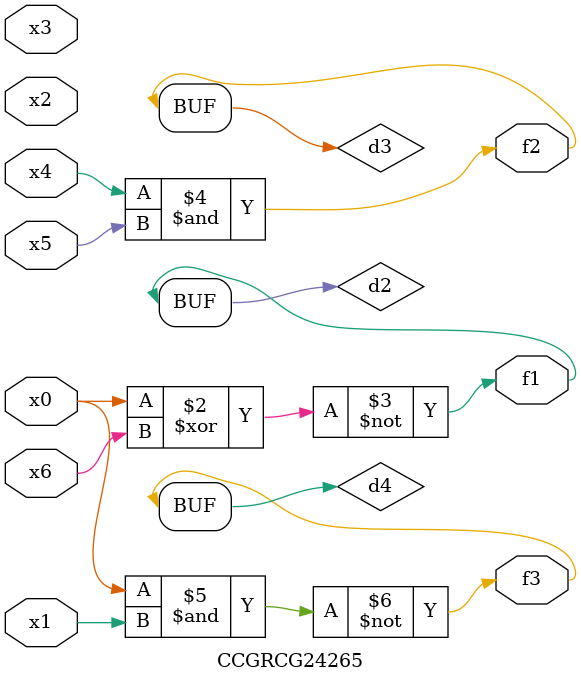
<source format=v>
module CCGRCG24265(
	input x0, x1, x2, x3, x4, x5, x6,
	output f1, f2, f3
);

	wire d1, d2, d3, d4;

	nor (d1, x0);
	xnor (d2, x0, x6);
	and (d3, x4, x5);
	nand (d4, x0, x1);
	assign f1 = d2;
	assign f2 = d3;
	assign f3 = d4;
endmodule

</source>
